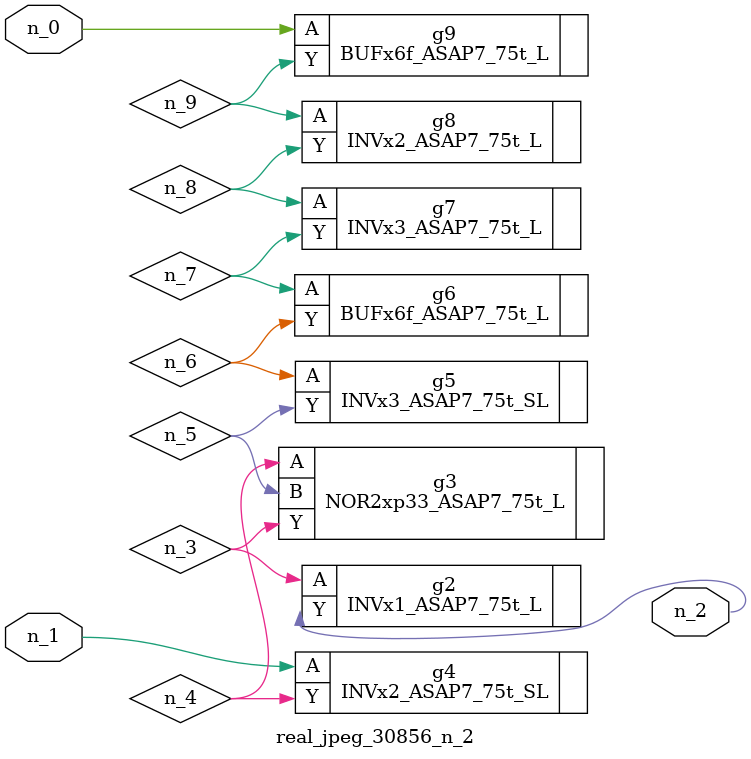
<source format=v>
module real_jpeg_30856_n_2 (n_1, n_0, n_2);

input n_1;
input n_0;

output n_2;

wire n_5;
wire n_4;
wire n_8;
wire n_6;
wire n_7;
wire n_3;
wire n_9;

BUFx6f_ASAP7_75t_L g9 ( 
.A(n_0),
.Y(n_9)
);

INVx2_ASAP7_75t_SL g4 ( 
.A(n_1),
.Y(n_4)
);

INVx1_ASAP7_75t_L g2 ( 
.A(n_3),
.Y(n_2)
);

NOR2xp33_ASAP7_75t_L g3 ( 
.A(n_4),
.B(n_5),
.Y(n_3)
);

INVx3_ASAP7_75t_SL g5 ( 
.A(n_6),
.Y(n_5)
);

BUFx6f_ASAP7_75t_L g6 ( 
.A(n_7),
.Y(n_6)
);

INVx3_ASAP7_75t_L g7 ( 
.A(n_8),
.Y(n_7)
);

INVx2_ASAP7_75t_L g8 ( 
.A(n_9),
.Y(n_8)
);


endmodule
</source>
